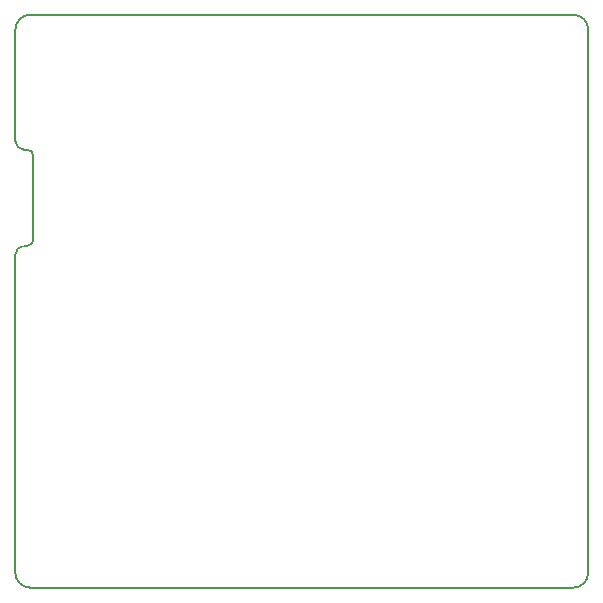
<source format=gbr>
%TF.GenerationSoftware,KiCad,Pcbnew,(6.0.7)*%
%TF.CreationDate,2023-04-08T23:37:57+02:00*%
%TF.ProjectId,hb-uni-644_328P_small,68622d75-6e69-42d3-9634-345f33323850,rev?*%
%TF.SameCoordinates,Original*%
%TF.FileFunction,Profile,NP*%
%FSLAX46Y46*%
G04 Gerber Fmt 4.6, Leading zero omitted, Abs format (unit mm)*
G04 Created by KiCad (PCBNEW (6.0.7)) date 2023-04-08 23:37:57*
%MOMM*%
%LPD*%
G01*
G04 APERTURE LIST*
%TA.AperFunction,Profile*%
%ADD10C,0.150000*%
%TD*%
G04 APERTURE END LIST*
D10*
X28702000Y-67310000D02*
G75*
G03*
X29210000Y-66802000I0J508000D01*
G01*
X27686026Y-94986974D02*
G75*
G03*
X28956000Y-96256974I1269974J-26D01*
G01*
X74930000Y-96266000D02*
X28956000Y-96256974D01*
X28956000Y-47752000D02*
G75*
G03*
X27686000Y-49022000I0J-1270000D01*
G01*
X28956000Y-47752000D02*
X74930000Y-47752000D01*
X28448000Y-59182000D02*
X28702000Y-59182000D01*
X29210000Y-59690000D02*
G75*
G03*
X28702000Y-59182000I-508000J0D01*
G01*
X76200000Y-49022000D02*
G75*
G03*
X74930000Y-47752000I-1270000J0D01*
G01*
X29210000Y-59690000D02*
X29210000Y-66802000D01*
X27686000Y-94986974D02*
X27686000Y-68072000D01*
X28448000Y-67310000D02*
X28702000Y-67310000D01*
X76200000Y-49022000D02*
X76200000Y-94996000D01*
X74930000Y-96266000D02*
G75*
G03*
X76200000Y-94996000I0J1270000D01*
G01*
X27686000Y-58420000D02*
G75*
G03*
X28448000Y-59182000I762000J0D01*
G01*
X28448000Y-67310000D02*
G75*
G03*
X27686000Y-68072000I0J-762000D01*
G01*
X27686000Y-58420000D02*
X27686000Y-49022000D01*
M02*

</source>
